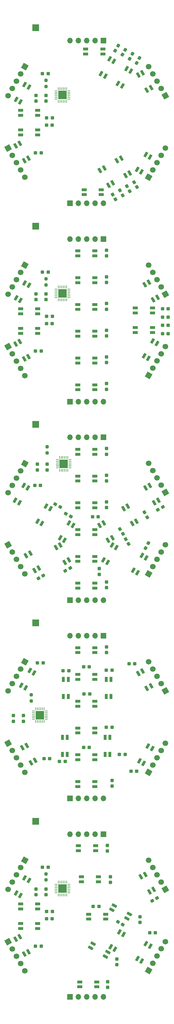
<source format=gbr>
%TF.GenerationSoftware,KiCad,Pcbnew,8.0.8*%
%TF.CreationDate,2025-04-07T12:48:12-04:00*%
%TF.ProjectId,pcb_tile_game_tile_panelized,7063625f-7469-46c6-955f-67616d655f74,rev?*%
%TF.SameCoordinates,Original*%
%TF.FileFunction,Soldermask,Top*%
%TF.FilePolarity,Negative*%
%FSLAX46Y46*%
G04 Gerber Fmt 4.6, Leading zero omitted, Abs format (unit mm)*
G04 Created by KiCad (PCBNEW 8.0.8) date 2025-04-07 12:48:12*
%MOMM*%
%LPD*%
G01*
G04 APERTURE LIST*
G04 Aperture macros list*
%AMRoundRect*
0 Rectangle with rounded corners*
0 $1 Rounding radius*
0 $2 $3 $4 $5 $6 $7 $8 $9 X,Y pos of 4 corners*
0 Add a 4 corners polygon primitive as box body*
4,1,4,$2,$3,$4,$5,$6,$7,$8,$9,$2,$3,0*
0 Add four circle primitives for the rounded corners*
1,1,$1+$1,$2,$3*
1,1,$1+$1,$4,$5*
1,1,$1+$1,$6,$7*
1,1,$1+$1,$8,$9*
0 Add four rect primitives between the rounded corners*
20,1,$1+$1,$2,$3,$4,$5,0*
20,1,$1+$1,$4,$5,$6,$7,0*
20,1,$1+$1,$6,$7,$8,$9,0*
20,1,$1+$1,$8,$9,$2,$3,0*%
%AMHorizOval*
0 Thick line with rounded ends*
0 $1 width*
0 $2 $3 position (X,Y) of the first rounded end (center of the circle)*
0 $4 $5 position (X,Y) of the second rounded end (center of the circle)*
0 Add line between two ends*
20,1,$1,$2,$3,$4,$5,0*
0 Add two circle primitives to create the rounded ends*
1,1,$1,$2,$3*
1,1,$1,$4,$5*%
%AMRotRect*
0 Rectangle, with rotation*
0 The origin of the aperture is its center*
0 $1 length*
0 $2 width*
0 $3 Rotation angle, in degrees counterclockwise*
0 Add horizontal line*
21,1,$1,$2,0,0,$3*%
G04 Aperture macros list end*
%ADD10RoundRect,0.237500X-0.055681X0.378558X-0.355681X-0.141058X0.055681X-0.378558X0.355681X0.141058X0*%
%ADD11RoundRect,0.237500X0.300000X0.237500X-0.300000X0.237500X-0.300000X-0.237500X0.300000X-0.237500X0*%
%ADD12R,1.700000X1.700000*%
%ADD13O,1.700000X1.700000*%
%ADD14RoundRect,0.237500X-0.237500X0.250000X-0.237500X-0.250000X0.237500X-0.250000X0.237500X0.250000X0*%
%ADD15RoundRect,0.237500X0.355681X-0.141058X0.055681X0.378558X-0.355681X0.141058X-0.055681X-0.378558X0*%
%ADD16RoundRect,0.237500X0.237500X-0.300000X0.237500X0.300000X-0.237500X0.300000X-0.237500X-0.300000X0*%
%ADD17RotRect,1.700000X1.700000X150.000000*%
%ADD18HorizOval,1.700000X0.000000X0.000000X0.000000X0.000000X0*%
%ADD19RotRect,1.700000X1.700000X330.000000*%
%ADD20HorizOval,1.700000X0.000000X0.000000X0.000000X0.000000X0*%
%ADD21RotRect,1.700000X1.700000X210.000000*%
%ADD22HorizOval,1.700000X0.000000X0.000000X0.000000X0.000000X0*%
%ADD23RotRect,1.700000X1.700000X30.000000*%
%ADD24HorizOval,1.700000X0.000000X0.000000X0.000000X0.000000X0*%
%ADD25R,2.000000X2.000000*%
%ADD26RoundRect,0.062500X-0.350000X-0.062500X0.350000X-0.062500X0.350000X0.062500X-0.350000X0.062500X0*%
%ADD27RoundRect,0.062500X-0.062500X-0.350000X0.062500X-0.350000X0.062500X0.350000X-0.062500X0.350000X0*%
%ADD28R,2.600000X2.600000*%
%ADD29RoundRect,0.082000X-0.643056X-0.457806X-0.074944X-0.785806X0.643056X0.457806X0.074944X0.785806X0*%
%ADD30RoundRect,0.082000X-0.718000X0.328000X-0.718000X-0.328000X0.718000X-0.328000X0.718000X0.328000X0*%
%ADD31RoundRect,0.082000X0.643056X0.457806X0.074944X0.785806X-0.643056X-0.457806X-0.074944X-0.785806X0*%
%ADD32RoundRect,0.082000X0.074944X-0.785806X0.643056X-0.457806X-0.074944X0.785806X-0.643056X0.457806X0*%
%ADD33RoundRect,0.082000X-0.074944X0.785806X-0.643056X0.457806X0.074944X-0.785806X0.643056X-0.457806X0*%
%ADD34RoundRect,0.237500X-0.378558X-0.055681X0.141058X-0.355681X0.378558X0.055681X-0.141058X0.355681X0*%
%ADD35RoundRect,0.237500X-0.141058X-0.355681X0.378558X-0.055681X0.141058X0.355681X-0.378558X0.055681X0*%
%ADD36RoundRect,0.237500X-0.355681X0.141058X-0.055681X-0.378558X0.355681X-0.141058X0.055681X0.378558X0*%
%ADD37RoundRect,0.237500X0.378558X0.055681X-0.141058X0.355681X-0.378558X-0.055681X0.141058X-0.355681X0*%
%ADD38RoundRect,0.237500X-0.300000X-0.237500X0.300000X-0.237500X0.300000X0.237500X-0.300000X0.237500X0*%
%ADD39RoundRect,0.082000X0.328000X0.718000X-0.328000X0.718000X-0.328000X-0.718000X0.328000X-0.718000X0*%
%ADD40RoundRect,0.082000X-0.328000X-0.718000X0.328000X-0.718000X0.328000X0.718000X-0.328000X0.718000X0*%
%ADD41RoundRect,0.082000X-0.457806X0.643056X-0.785806X0.074944X0.457806X-0.643056X0.785806X-0.074944X0*%
G04 APERTURE END LIST*
D10*
%TO.C,C2*%
X71276821Y-39403053D03*
X70414321Y-40896947D03*
%TD*%
D11*
%TO.C,C11*%
X46980508Y-58800000D03*
X45255508Y-58800002D03*
%TD*%
D10*
%TO.C,C3*%
X69111758Y-38153053D03*
X68249258Y-39646947D03*
%TD*%
D12*
%TO.C,J2*%
X52300508Y-84600000D03*
D13*
X54840508Y-84600000D03*
X57380508Y-84600000D03*
X59920508Y-84600000D03*
X62460508Y-84600000D03*
%TD*%
D14*
%TO.C,R1*%
X45030508Y-47437500D03*
X45030508Y-49262500D03*
%TD*%
D15*
%TO.C,C8*%
X72638040Y-79688621D03*
X71775540Y-78194727D03*
%TD*%
D16*
%TO.C,C14*%
X45030508Y-53712500D03*
X45030508Y-51987500D03*
%TD*%
D15*
%TO.C,C6*%
X68307913Y-82188621D03*
X67445413Y-80694727D03*
%TD*%
D17*
%TO.C,J3*%
X76240508Y-76689409D03*
D18*
X77510508Y-74489704D03*
X78780508Y-72290000D03*
X80050508Y-70090295D03*
X81320508Y-67890591D03*
%TD*%
D11*
%TO.C,C12*%
X45705508Y-45400002D03*
X43980508Y-45400000D03*
%TD*%
%TO.C,C10*%
X46943008Y-61000000D03*
X45218008Y-61000000D03*
%TD*%
D19*
%TO.C,J6*%
X38620508Y-43300591D03*
D20*
X37350508Y-45500296D03*
X36080508Y-47700000D03*
X34810508Y-49899705D03*
X33540508Y-52099409D03*
%TD*%
D15*
%TO.C,C5*%
X66142849Y-83438621D03*
X65280349Y-81944727D03*
%TD*%
D10*
%TO.C,C1*%
X73441885Y-40653053D03*
X72579385Y-42146947D03*
%TD*%
D21*
%TO.C,J4*%
X81283857Y-52075928D03*
D22*
X80013857Y-49876223D03*
X78743857Y-47676519D03*
X77473857Y-45476814D03*
X76203857Y-43277110D03*
%TD*%
D15*
%TO.C,C7*%
X70472976Y-80938621D03*
X69610476Y-79444727D03*
%TD*%
D23*
%TO.C,J1*%
X33540508Y-67900591D03*
D24*
X34810508Y-70100296D03*
X36080508Y-72300000D03*
X37350508Y-74499705D03*
X38620508Y-76699409D03*
%TD*%
D10*
%TO.C,C4*%
X66946694Y-36903053D03*
X66084194Y-38396947D03*
%TD*%
D12*
%TO.C,J5*%
X62460508Y-35400000D03*
D13*
X59920508Y-35400000D03*
X57380508Y-35400000D03*
X54840508Y-35400000D03*
X52300508Y-35400000D03*
%TD*%
D25*
%TO.C,TP1*%
X41880508Y-31500000D03*
%TD*%
D26*
%TO.C,U2*%
X48093008Y-50600000D03*
X48093008Y-51100000D03*
X48093008Y-51600000D03*
X48093008Y-52100000D03*
X48093008Y-52600000D03*
X48093008Y-53100000D03*
D27*
X48780508Y-53787500D03*
X49280508Y-53787500D03*
X49780508Y-53787500D03*
X50280508Y-53787500D03*
X50780508Y-53787500D03*
X51280508Y-53787500D03*
D26*
X51968008Y-53100000D03*
X51968008Y-52600000D03*
X51968008Y-52100000D03*
X51968008Y-51600000D03*
X51968008Y-51100000D03*
X51968008Y-50600000D03*
D27*
X51280508Y-49912500D03*
X50780508Y-49912500D03*
X50280508Y-49912500D03*
X49780508Y-49912500D03*
X49280508Y-49912500D03*
X48780508Y-49912500D03*
D28*
X50030508Y-51850000D03*
%TD*%
D16*
%TO.C,C13*%
X42030508Y-53712500D03*
X42030508Y-51987500D03*
%TD*%
D11*
%TO.C,C9*%
X43580508Y-69300000D03*
X41855508Y-69300000D03*
%TD*%
D29*
%TO.C,LED2*%
X69508039Y-43866674D03*
X70807078Y-44616674D03*
X68207078Y-49120006D03*
X66908039Y-48370006D03*
%TD*%
D30*
%TO.C,LED10*%
X42530508Y-62430000D03*
X42530508Y-63930000D03*
X37330508Y-63930000D03*
X37330508Y-62430000D03*
%TD*%
D31*
%TO.C,LED8*%
X74044129Y-75124038D03*
X72745091Y-74374036D03*
X75345091Y-69870705D03*
X76644129Y-70620704D03*
%TD*%
D32*
%TO.C,LED1*%
X73038037Y-45845875D03*
X74337076Y-45095875D03*
X76937076Y-49599207D03*
X75638037Y-50349207D03*
%TD*%
D29*
%TO.C,LED3*%
X64355187Y-40891674D03*
X65654226Y-41641674D03*
X63054226Y-46145006D03*
X61755187Y-45395006D03*
%TD*%
D30*
%TO.C,LED5*%
X61847658Y-80492468D03*
X61847658Y-81992468D03*
X56647658Y-81992468D03*
X56647659Y-80492467D03*
%TD*%
D29*
%TO.C,LED12*%
X38571469Y-48670000D03*
X39870508Y-49420000D03*
X37270508Y-53923332D03*
X35971469Y-53173332D03*
%TD*%
D33*
%TO.C,LED6*%
X65326695Y-78425000D03*
X64027656Y-79175000D03*
X61427656Y-74671668D03*
X62726695Y-73921668D03*
%TD*%
%TO.C,LED9*%
X39730508Y-70940000D03*
X38431469Y-71690000D03*
X35831469Y-67186668D03*
X37130508Y-66436668D03*
%TD*%
D30*
%TO.C,LED4*%
X62290604Y-37967636D03*
X62290604Y-39467636D03*
X57090604Y-39467636D03*
X57090604Y-37967636D03*
%TD*%
D33*
%TO.C,LED7*%
X70479547Y-75450000D03*
X69180508Y-76200000D03*
X66580508Y-71696668D03*
X67879547Y-70946668D03*
%TD*%
D30*
%TO.C,LED11*%
X42530508Y-56490000D03*
X42530508Y-57990000D03*
X37330508Y-57990000D03*
X37330508Y-56490000D03*
%TD*%
D16*
%TO.C,C2*%
X63380508Y-132790000D03*
X63380508Y-131065000D03*
%TD*%
D11*
%TO.C,C13*%
X46980508Y-118800000D03*
X45255508Y-118800002D03*
%TD*%
D16*
%TO.C,C3*%
X63380508Y-124717500D03*
X63380508Y-122992500D03*
%TD*%
D12*
%TO.C,J2*%
X52300508Y-144600000D03*
D13*
X54840508Y-144600000D03*
X57380508Y-144600000D03*
X59920508Y-144600000D03*
X62460508Y-144600000D03*
%TD*%
D14*
%TO.C,R1*%
X45030508Y-107437500D03*
X45030508Y-109262500D03*
%TD*%
D11*
%TO.C,C10*%
X82130508Y-116500000D03*
X80405508Y-116500000D03*
%TD*%
D16*
%TO.C,C15*%
X45030508Y-113712500D03*
X45030508Y-111987500D03*
%TD*%
%TO.C,C5*%
X63380508Y-108572500D03*
X63380508Y-106847500D03*
%TD*%
D11*
%TO.C,C8*%
X82130508Y-121500000D03*
X80405508Y-121500000D03*
%TD*%
D16*
%TO.C,C6*%
X63380508Y-100500000D03*
X63380508Y-98775000D03*
%TD*%
D17*
%TO.C,J3*%
X76240508Y-136689409D03*
D18*
X77510508Y-134489704D03*
X78780508Y-132290000D03*
X80050508Y-130090295D03*
X81320508Y-127890591D03*
%TD*%
D11*
%TO.C,C14*%
X45705508Y-105400002D03*
X43980508Y-105400000D03*
%TD*%
%TO.C,C12*%
X46943008Y-121000000D03*
X45218008Y-121000000D03*
%TD*%
D19*
%TO.C,J6*%
X38620508Y-103300591D03*
D20*
X37350508Y-105500296D03*
X36080508Y-107700000D03*
X34810508Y-109899705D03*
X33540508Y-112099409D03*
%TD*%
D11*
%TO.C,C7*%
X82130508Y-124000000D03*
X80405508Y-124000000D03*
%TD*%
D16*
%TO.C,C1*%
X63380508Y-140862500D03*
X63380508Y-139137500D03*
%TD*%
D21*
%TO.C,J4*%
X81283857Y-112075928D03*
D22*
X80013857Y-109876223D03*
X78743857Y-107676519D03*
X77473857Y-105476814D03*
X76203857Y-103277110D03*
%TD*%
D11*
%TO.C,C9*%
X82130508Y-119000000D03*
X80405508Y-119000000D03*
%TD*%
D23*
%TO.C,J1*%
X33540508Y-127900591D03*
D24*
X34810508Y-130100296D03*
X36080508Y-132300000D03*
X37350508Y-134499705D03*
X38620508Y-136699409D03*
%TD*%
D16*
%TO.C,C4*%
X63380508Y-116645000D03*
X63380508Y-114920000D03*
%TD*%
D12*
%TO.C,J5*%
X62460508Y-95400000D03*
D13*
X59920508Y-95400000D03*
X57380508Y-95400000D03*
X54840508Y-95400000D03*
X52300508Y-95400000D03*
%TD*%
D25*
%TO.C,TP1*%
X41880508Y-91500000D03*
%TD*%
D26*
%TO.C,U2*%
X48093008Y-110600000D03*
X48093008Y-111100000D03*
X48093008Y-111600000D03*
X48093008Y-112100000D03*
X48093008Y-112600000D03*
X48093008Y-113100000D03*
D27*
X48780508Y-113787500D03*
X49280508Y-113787500D03*
X49780508Y-113787500D03*
X50280508Y-113787500D03*
X50780508Y-113787500D03*
X51280508Y-113787500D03*
D26*
X51968008Y-113100000D03*
X51968008Y-112600000D03*
X51968008Y-112100000D03*
X51968008Y-111600000D03*
X51968008Y-111100000D03*
X51968008Y-110600000D03*
D27*
X51280508Y-109912500D03*
X50780508Y-109912500D03*
X50280508Y-109912500D03*
X49780508Y-109912500D03*
X49280508Y-109912500D03*
X48780508Y-109912500D03*
D28*
X50030508Y-111850000D03*
%TD*%
D16*
%TO.C,C16*%
X42030508Y-113712500D03*
X42030508Y-111987500D03*
%TD*%
D11*
%TO.C,C11*%
X43580508Y-129300000D03*
X41855508Y-129300000D03*
%TD*%
D30*
%TO.C,LED2*%
X59880508Y-131400000D03*
X59880508Y-132900000D03*
X54680508Y-132900000D03*
X54680508Y-131400000D03*
%TD*%
%TO.C,LED12*%
X42530508Y-122430000D03*
X42530508Y-123930000D03*
X37330508Y-123930000D03*
X37330508Y-122430000D03*
%TD*%
D33*
%TO.C,LED10*%
X78880508Y-113000000D03*
X77581468Y-113749999D03*
X74981469Y-109246667D03*
X76280506Y-108496667D03*
%TD*%
D30*
%TO.C,LED5*%
X59880508Y-107100000D03*
X59880508Y-108600000D03*
X54680508Y-108600000D03*
X54680508Y-107100000D03*
%TD*%
%TO.C,LED1*%
X59880508Y-139500000D03*
X59880508Y-141000000D03*
X54680508Y-141000000D03*
X54680508Y-139500000D03*
%TD*%
%TO.C,LED3*%
X59880508Y-123300000D03*
X59880508Y-124800000D03*
X54680508Y-124800000D03*
X54680508Y-123300000D03*
%TD*%
D29*
%TO.C,LED7*%
X77431469Y-126246668D03*
X78730508Y-126996668D03*
X76130508Y-131500000D03*
X74831469Y-130749999D03*
%TD*%
%TO.C,LED14*%
X38571469Y-108670000D03*
X39870508Y-109420000D03*
X37270508Y-113923332D03*
X35971469Y-113173332D03*
%TD*%
D30*
%TO.C,LED8*%
X77380508Y-122200000D03*
X77380508Y-123700000D03*
X72180508Y-123700000D03*
X72180508Y-122200000D03*
%TD*%
D33*
%TO.C,LED11*%
X39730508Y-130940000D03*
X38431469Y-131690000D03*
X35831469Y-127186668D03*
X37130508Y-126436668D03*
%TD*%
D30*
%TO.C,LED4*%
X59880508Y-115200000D03*
X59880508Y-116700000D03*
X54680508Y-116700000D03*
X54680508Y-115200000D03*
%TD*%
%TO.C,LED6*%
X59880508Y-99000000D03*
X59880508Y-100500000D03*
X54680508Y-100500000D03*
X54680508Y-99000000D03*
%TD*%
%TO.C,LED9*%
X77380508Y-116250000D03*
X77380508Y-117750000D03*
X72180508Y-117750000D03*
X72180508Y-116250000D03*
%TD*%
%TO.C,LED13*%
X42530508Y-116490000D03*
X42530508Y-117990000D03*
X37330508Y-117990000D03*
X37330508Y-116490000D03*
%TD*%
D16*
%TO.C,C2*%
X61180508Y-196825000D03*
X61180508Y-195100000D03*
%TD*%
D34*
%TO.C,C14*%
X51086614Y-178437502D03*
X52580508Y-179300000D03*
%TD*%
D11*
%TO.C,C3*%
X60880508Y-179400000D03*
X59155508Y-179400000D03*
%TD*%
D12*
%TO.C,J2*%
X52300508Y-204600000D03*
D13*
X54840508Y-204600000D03*
X57380508Y-204600000D03*
X59920508Y-204600000D03*
X62460508Y-204600000D03*
%TD*%
D14*
%TO.C,R1*%
X45419894Y-158275000D03*
X45419894Y-160100000D03*
%TD*%
D35*
%TO.C,C11*%
X42733561Y-198031250D03*
X44227455Y-197168750D03*
%TD*%
D16*
%TO.C,C18*%
X45419894Y-165237500D03*
X45419894Y-163512500D03*
%TD*%
%TO.C,C5*%
X63380508Y-168572500D03*
X63380508Y-166847500D03*
%TD*%
D36*
%TO.C,C9*%
X67518008Y-183106106D03*
X68380508Y-184600000D03*
%TD*%
D16*
%TO.C,C6*%
X63380508Y-160500000D03*
X63380508Y-158775000D03*
%TD*%
D17*
%TO.C,J3*%
X76240508Y-196689409D03*
D18*
X77510508Y-194489704D03*
X78780508Y-192290000D03*
X80050508Y-190090295D03*
X81320508Y-187890591D03*
%TD*%
D15*
%TO.C,C15*%
X70111757Y-187646947D03*
X69249259Y-186153053D03*
%TD*%
D35*
%TO.C,C7*%
X79033561Y-177331250D03*
X80527455Y-176468750D03*
%TD*%
D10*
%TO.C,C16*%
X76143008Y-187406106D03*
X75280508Y-188900000D03*
%TD*%
D37*
%TO.C,C13*%
X49327455Y-176431250D03*
X47833561Y-175568750D03*
%TD*%
D19*
%TO.C,J6*%
X38620508Y-163300591D03*
D20*
X37350508Y-165500296D03*
X36080508Y-167700000D03*
X34810508Y-169899705D03*
X33540508Y-172099409D03*
%TD*%
D36*
%TO.C,C8*%
X74949258Y-178053053D03*
X75811758Y-179546947D03*
%TD*%
D16*
%TO.C,C1*%
X63380508Y-200862500D03*
X63380508Y-199137500D03*
%TD*%
D21*
%TO.C,J4*%
X81283857Y-172075928D03*
D22*
X80013857Y-169876223D03*
X78743857Y-167676519D03*
X77473857Y-165476814D03*
X76203857Y-163277110D03*
%TD*%
D35*
%TO.C,C10*%
X50933561Y-195731250D03*
X52427455Y-194868750D03*
%TD*%
D23*
%TO.C,J1*%
X33540508Y-187900591D03*
D24*
X34810508Y-190100296D03*
X36080508Y-192300000D03*
X37350508Y-194499705D03*
X38620508Y-196699409D03*
%TD*%
D16*
%TO.C,C4*%
X63380508Y-176645000D03*
X63380508Y-174920000D03*
%TD*%
D12*
%TO.C,J5*%
X62460508Y-155400000D03*
D13*
X59920508Y-155400000D03*
X57380508Y-155400000D03*
X54840508Y-155400000D03*
X52300508Y-155400000D03*
%TD*%
D25*
%TO.C,TP1*%
X41880508Y-151500000D03*
%TD*%
D26*
%TO.C,U2*%
X48482394Y-162125000D03*
X48482394Y-162625000D03*
X48482394Y-163125000D03*
X48482394Y-163625000D03*
X48482394Y-164125000D03*
X48482394Y-164625000D03*
D27*
X49169894Y-165312500D03*
X49669894Y-165312500D03*
X50169894Y-165312500D03*
X50669894Y-165312500D03*
X51169894Y-165312500D03*
X51669894Y-165312500D03*
D26*
X52357394Y-164625000D03*
X52357394Y-164125000D03*
X52357394Y-163625000D03*
X52357394Y-163125000D03*
X52357394Y-162625000D03*
X52357394Y-162125000D03*
D27*
X51669894Y-161437500D03*
X51169894Y-161437500D03*
X50669894Y-161437500D03*
X50169894Y-161437500D03*
X49669894Y-161437500D03*
X49169894Y-161437500D03*
D28*
X50419894Y-163375000D03*
%TD*%
D16*
%TO.C,C17*%
X42419894Y-165237500D03*
X42419894Y-163512500D03*
%TD*%
D11*
%TO.C,C12*%
X43380508Y-169900000D03*
X41655508Y-169900000D03*
%TD*%
D30*
%TO.C,LED4*%
X59880508Y-183300000D03*
X59880508Y-184800000D03*
X54680508Y-184800000D03*
X54680508Y-183300000D03*
%TD*%
%TO.C,LED3*%
X59880508Y-175200000D03*
X59880508Y-176700000D03*
X54680508Y-176700000D03*
X54680508Y-175200000D03*
%TD*%
D29*
%TO.C,LED13*%
X45081469Y-176217383D03*
X46380508Y-176967383D03*
X43780508Y-181470715D03*
X42481469Y-180720715D03*
%TD*%
D33*
%TO.C,LED8*%
X72480028Y-180720714D03*
X71180989Y-181470714D03*
X68580989Y-176967382D03*
X69880029Y-176217382D03*
%TD*%
%TO.C,LED11*%
X42880508Y-194900001D03*
X41581468Y-195650000D03*
X38981469Y-191146668D03*
X40280506Y-190396668D03*
%TD*%
D30*
%TO.C,LED2*%
X59880508Y-167100000D03*
X59880508Y-168600000D03*
X54680508Y-168600000D03*
X54680508Y-167100000D03*
%TD*%
%TO.C,LED5*%
X59880508Y-191400000D03*
X59880508Y-192900000D03*
X54680508Y-192900000D03*
X54680508Y-191400000D03*
%TD*%
D33*
%TO.C,LED7*%
X79179548Y-174450000D03*
X77880509Y-175200000D03*
X75280509Y-170696668D03*
X76579548Y-169946668D03*
%TD*%
D30*
%TO.C,LED1*%
X59880508Y-159000000D03*
X59880508Y-160500000D03*
X54680508Y-160500000D03*
X54680508Y-159000000D03*
%TD*%
D29*
%TO.C,LED16*%
X74140248Y-191107559D03*
X75439287Y-191857559D03*
X72839287Y-196360891D03*
X71540248Y-195610891D03*
%TD*%
%TO.C,LED15*%
X65080508Y-187946667D03*
X66379547Y-188696667D03*
X63779547Y-193199999D03*
X62480508Y-192449999D03*
%TD*%
D33*
%TO.C,LED9*%
X65180508Y-185800000D03*
X63881469Y-186550000D03*
X61281469Y-182046668D03*
X62580508Y-181296668D03*
%TD*%
D29*
%TO.C,LED12*%
X38280508Y-169896668D03*
X39579547Y-170646668D03*
X36979547Y-175150000D03*
X35680508Y-174400000D03*
%TD*%
D30*
%TO.C,LED6*%
X59880508Y-199500000D03*
X59880508Y-201000000D03*
X54680508Y-201000000D03*
X54680508Y-199500000D03*
%TD*%
D33*
%TO.C,LED10*%
X51979547Y-192450000D03*
X50680508Y-193200000D03*
X48080508Y-188696668D03*
X49379547Y-187946668D03*
%TD*%
D29*
%TO.C,LED14*%
X51980508Y-181296667D03*
X53279547Y-182046667D03*
X50679547Y-186549999D03*
X49380508Y-185799999D03*
%TD*%
D38*
%TO.C,C2*%
X56480508Y-249200000D03*
X58205508Y-249200000D03*
%TD*%
D11*
%TO.C,C13*%
X69080508Y-251300000D03*
X67355508Y-251300002D03*
%TD*%
%TO.C,C3*%
X65080508Y-243100000D03*
X63355508Y-243100000D03*
%TD*%
D12*
%TO.C,J2*%
X52300508Y-264600000D03*
D13*
X54840508Y-264600000D03*
X57380508Y-264600000D03*
X59920508Y-264600000D03*
X62460508Y-264600000D03*
%TD*%
D14*
%TO.C,R1*%
X40580508Y-233275000D03*
X40580508Y-235100000D03*
%TD*%
D38*
%TO.C,C10*%
X70255508Y-223900000D03*
X71980508Y-223900000D03*
%TD*%
D16*
%TO.C,C15*%
X38180508Y-241262500D03*
X38180508Y-239537500D03*
%TD*%
D38*
%TO.C,C5*%
X56455508Y-224800000D03*
X58180508Y-224800000D03*
%TD*%
D11*
%TO.C,C8*%
X51980508Y-226000000D03*
X50255508Y-226000000D03*
%TD*%
D16*
%TO.C,C6*%
X63380508Y-220500000D03*
X63380508Y-218775000D03*
%TD*%
D17*
%TO.C,J3*%
X76240508Y-256689409D03*
D18*
X77510508Y-254489704D03*
X78780508Y-252290000D03*
X80050508Y-250090295D03*
X81320508Y-247890591D03*
%TD*%
D38*
%TO.C,C14*%
X70880508Y-256400000D03*
X72605508Y-256400002D03*
%TD*%
%TO.C,C12*%
X49155508Y-253400000D03*
X50880508Y-253400000D03*
%TD*%
D19*
%TO.C,J6*%
X38620508Y-223300591D03*
D20*
X37350508Y-225500296D03*
X36080508Y-227700000D03*
X34810508Y-229899705D03*
X33540508Y-232099409D03*
%TD*%
D11*
%TO.C,C7*%
X44180508Y-223600000D03*
X42455508Y-223600000D03*
%TD*%
D16*
%TO.C,C1*%
X65080508Y-260900000D03*
X65080508Y-259175000D03*
%TD*%
D21*
%TO.C,J4*%
X81283857Y-232075928D03*
D22*
X80013857Y-229876223D03*
X78743857Y-227676519D03*
X77473857Y-225476814D03*
X76203857Y-223277110D03*
%TD*%
D11*
%TO.C,C9*%
X65080508Y-225800000D03*
X63355508Y-225800000D03*
%TD*%
D23*
%TO.C,J1*%
X33540508Y-247900591D03*
D24*
X34810508Y-250100296D03*
X36080508Y-252300000D03*
X37350508Y-254499705D03*
X38620508Y-256699409D03*
%TD*%
D38*
%TO.C,C4*%
X56580508Y-233000000D03*
X58305508Y-233000000D03*
%TD*%
D12*
%TO.C,J5*%
X62460508Y-215400000D03*
D13*
X59920508Y-215400000D03*
X57380508Y-215400000D03*
X54840508Y-215400000D03*
X52300508Y-215400000D03*
%TD*%
D25*
%TO.C,TP1*%
X41880508Y-211500000D03*
%TD*%
D26*
%TO.C,U2*%
X41243008Y-238150000D03*
X41243008Y-238650000D03*
X41243008Y-239150000D03*
X41243008Y-239650000D03*
X41243008Y-240150000D03*
X41243008Y-240650000D03*
D27*
X41930508Y-241337500D03*
X42430508Y-241337500D03*
X42930508Y-241337500D03*
X43430508Y-241337500D03*
X43930508Y-241337500D03*
X44430508Y-241337500D03*
D26*
X45118008Y-240650000D03*
X45118008Y-240150000D03*
X45118008Y-239650000D03*
X45118008Y-239150000D03*
X45118008Y-238650000D03*
X45118008Y-238150000D03*
D27*
X44430508Y-237462500D03*
X43930508Y-237462500D03*
X43430508Y-237462500D03*
X42930508Y-237462500D03*
X42430508Y-237462500D03*
X41930508Y-237462500D03*
D28*
X43180508Y-239400000D03*
%TD*%
D16*
%TO.C,C16*%
X35180508Y-241262500D03*
X35180508Y-239537500D03*
%TD*%
D11*
%TO.C,C11*%
X46143008Y-252600000D03*
X44418008Y-252600000D03*
%TD*%
D30*
%TO.C,LED2*%
X59880508Y-251400000D03*
X59880508Y-252900000D03*
X54680508Y-252900000D03*
X54680508Y-251400000D03*
%TD*%
D39*
%TO.C,LED12*%
X51504316Y-251312500D03*
X50004316Y-251312500D03*
X50004316Y-246112500D03*
X51504316Y-246112500D03*
%TD*%
D32*
%TO.C,LED10*%
X73031949Y-226824573D03*
X74330989Y-226074574D03*
X76930988Y-230577906D03*
X75631951Y-231327906D03*
%TD*%
D30*
%TO.C,LED5*%
X59880508Y-227100000D03*
X59880508Y-228600000D03*
X54680508Y-228600000D03*
X54680508Y-227100000D03*
%TD*%
%TO.C,LED1*%
X59880508Y-259500000D03*
X59880508Y-261000000D03*
X54680508Y-261000000D03*
X54680508Y-259500000D03*
%TD*%
%TO.C,LED3*%
X59880508Y-243300000D03*
X59880508Y-244800000D03*
X54680508Y-244800000D03*
X54680508Y-243300000D03*
%TD*%
D29*
%TO.C,LED7*%
X40130988Y-225877906D03*
X41430027Y-226627906D03*
X38830027Y-231131238D03*
X37530988Y-230381237D03*
%TD*%
D31*
%TO.C,LED14*%
X74680508Y-254000000D03*
X73381469Y-253250000D03*
X75981469Y-248746668D03*
X77280508Y-249496668D03*
%TD*%
D40*
%TO.C,LED8*%
X50330988Y-228565406D03*
X51830988Y-228565406D03*
X51830988Y-233765406D03*
X50330988Y-233765406D03*
%TD*%
D33*
%TO.C,LED11*%
X41779547Y-253053332D03*
X40480508Y-253803332D03*
X37880508Y-249300000D03*
X39179547Y-248550000D03*
%TD*%
D30*
%TO.C,LED4*%
X59880508Y-235200000D03*
X59880508Y-236700000D03*
X54680508Y-236700000D03*
X54680508Y-235200000D03*
%TD*%
%TO.C,LED6*%
X59880508Y-219000000D03*
X59880508Y-220500000D03*
X54680508Y-220500000D03*
X54680508Y-219000000D03*
%TD*%
D40*
%TO.C,LED9*%
X63307180Y-228565406D03*
X64807180Y-228565406D03*
X64807180Y-233765406D03*
X63307180Y-233765406D03*
%TD*%
D39*
%TO.C,LED13*%
X64480508Y-251312500D03*
X62980508Y-251312500D03*
X62980508Y-246112500D03*
X64480508Y-246112500D03*
%TD*%
D16*
%TO.C,C2*%
X66580508Y-314900000D03*
X66580508Y-313175000D03*
%TD*%
D11*
%TO.C,C12*%
X46980508Y-298800000D03*
X45255508Y-298800002D03*
%TD*%
D16*
%TO.C,C3*%
X73580508Y-302125000D03*
X73580508Y-300400000D03*
%TD*%
D12*
%TO.C,J2*%
X52300508Y-324600000D03*
D13*
X54840508Y-324600000D03*
X57380508Y-324600000D03*
X59920508Y-324600000D03*
X62460508Y-324600000D03*
%TD*%
D14*
%TO.C,R1*%
X45030508Y-287437500D03*
X45030508Y-289262500D03*
%TD*%
D16*
%TO.C,C8*%
X64580508Y-290000000D03*
X64580508Y-288275000D03*
%TD*%
%TO.C,C15*%
X45030508Y-293712500D03*
X45030508Y-291987500D03*
%TD*%
D34*
%TO.C,C6*%
X66880508Y-301900000D03*
X68374402Y-302762500D03*
%TD*%
D17*
%TO.C,J3*%
X76240508Y-316689409D03*
D18*
X77510508Y-314489704D03*
X78780508Y-312290000D03*
X80050508Y-310090295D03*
X81320508Y-307890591D03*
%TD*%
D11*
%TO.C,C13*%
X45705508Y-285400002D03*
X43980508Y-285400000D03*
%TD*%
D16*
%TO.C,C9*%
X63680508Y-280525000D03*
X63680508Y-278800000D03*
%TD*%
D11*
%TO.C,C11*%
X46943008Y-301000000D03*
X45218008Y-301000000D03*
%TD*%
D19*
%TO.C,J6*%
X38620508Y-283300591D03*
D20*
X37350508Y-285500296D03*
X36080508Y-287700000D03*
X34810508Y-289899705D03*
X33540508Y-292099409D03*
%TD*%
D11*
%TO.C,C5*%
X78280508Y-305200000D03*
X76555508Y-305200000D03*
%TD*%
D16*
%TO.C,C1*%
X63780508Y-321725000D03*
X63780508Y-320000000D03*
%TD*%
D21*
%TO.C,J4*%
X81283857Y-292075928D03*
D22*
X80013857Y-289876223D03*
X78743857Y-287676519D03*
X77473857Y-285476814D03*
X76203857Y-283277110D03*
%TD*%
D38*
%TO.C,C7*%
X59380508Y-297300000D03*
X61105508Y-297300000D03*
%TD*%
D23*
%TO.C,J1*%
X33540508Y-307900591D03*
D24*
X34810508Y-310100296D03*
X36080508Y-312300000D03*
X37350508Y-314499705D03*
X38620508Y-316699409D03*
%TD*%
D35*
%TO.C,C4*%
X77280508Y-295600000D03*
X78774402Y-294737500D03*
%TD*%
D12*
%TO.C,J5*%
X62460508Y-275400000D03*
D13*
X59920508Y-275400000D03*
X57380508Y-275400000D03*
X54840508Y-275400000D03*
X52300508Y-275400000D03*
%TD*%
D25*
%TO.C,TP1*%
X41880508Y-271500000D03*
%TD*%
D26*
%TO.C,U2*%
X48093008Y-290600000D03*
X48093008Y-291100000D03*
X48093008Y-291600000D03*
X48093008Y-292100000D03*
X48093008Y-292600000D03*
X48093008Y-293100000D03*
D27*
X48780508Y-293787500D03*
X49280508Y-293787500D03*
X49780508Y-293787500D03*
X50280508Y-293787500D03*
X50780508Y-293787500D03*
X51280508Y-293787500D03*
D26*
X51968008Y-293100000D03*
X51968008Y-292600000D03*
X51968008Y-292100000D03*
X51968008Y-291600000D03*
X51968008Y-291100000D03*
X51968008Y-290600000D03*
D27*
X51280508Y-289912500D03*
X50780508Y-289912500D03*
X50280508Y-289912500D03*
X49780508Y-289912500D03*
X49280508Y-289912500D03*
X48780508Y-289912500D03*
D28*
X50030508Y-291850000D03*
%TD*%
D16*
%TO.C,C14*%
X42030508Y-293712500D03*
X42030508Y-291987500D03*
%TD*%
D11*
%TO.C,C10*%
X43580508Y-309300000D03*
X41855508Y-309300000D03*
%TD*%
D41*
%TO.C,LED2*%
X63835288Y-311100961D03*
X63085288Y-312400000D03*
X58581956Y-309800000D03*
X59331956Y-308500961D03*
%TD*%
D30*
%TO.C,LED11*%
X42530508Y-302430000D03*
X42530508Y-303930000D03*
X37330508Y-303930000D03*
X37330508Y-302430000D03*
%TD*%
%TO.C,LED8*%
X60980510Y-288299999D03*
X60980508Y-289800000D03*
X55780509Y-289799999D03*
X55780508Y-288300000D03*
%TD*%
%TO.C,LED9*%
X60080508Y-278900000D03*
X60080508Y-280400000D03*
X54880508Y-280400000D03*
X54880508Y-278900000D03*
%TD*%
%TO.C,LED1*%
X60480508Y-320100000D03*
X60480508Y-321600000D03*
X55280508Y-321600000D03*
X55280508Y-320100000D03*
%TD*%
D41*
%TO.C,LED3*%
X70323384Y-299569974D03*
X69573384Y-300869013D03*
X65070052Y-298269013D03*
X65820052Y-296969974D03*
%TD*%
D29*
%TO.C,LED5*%
X75381469Y-308550000D03*
X76680508Y-309300000D03*
X74080508Y-313803332D03*
X72781469Y-313053331D03*
%TD*%
%TO.C,LED13*%
X38571469Y-288670000D03*
X39870508Y-289420000D03*
X37270508Y-293923332D03*
X35971469Y-293173332D03*
%TD*%
%TO.C,LED6*%
X67281469Y-304950000D03*
X68580508Y-305700000D03*
X65980508Y-310203332D03*
X64681469Y-309453332D03*
%TD*%
D33*
%TO.C,LED10*%
X39730508Y-310940000D03*
X38431469Y-311690000D03*
X35831469Y-307186668D03*
X37130508Y-306436668D03*
%TD*%
%TO.C,LED4*%
X77750828Y-292080266D03*
X76451789Y-292830266D03*
X73851789Y-288326934D03*
X75150828Y-287576934D03*
%TD*%
D30*
%TO.C,LED7*%
X63180508Y-299600000D03*
X63180508Y-301100000D03*
X57980508Y-301100000D03*
X57980508Y-299600000D03*
%TD*%
%TO.C,LED12*%
X42530508Y-296490000D03*
X42530508Y-297990000D03*
X37330508Y-297990000D03*
X37330508Y-296490000D03*
%TD*%
M02*

</source>
